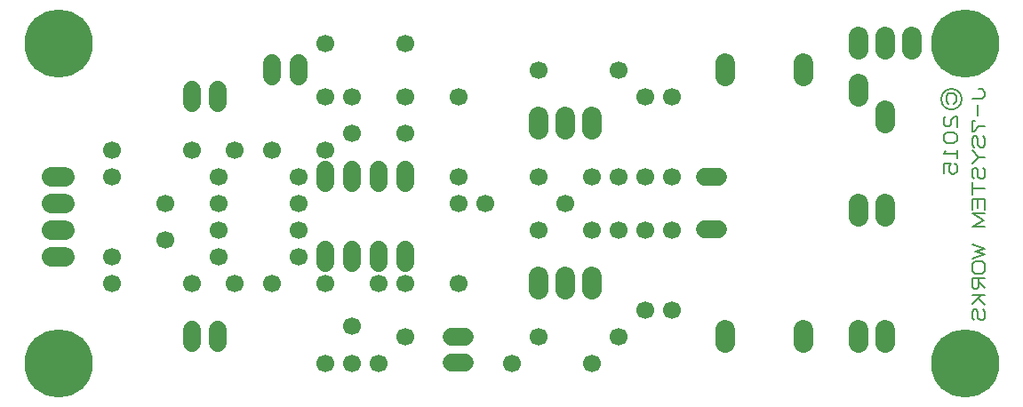
<source format=gbs>
G71*G90*G75*D02*
%ASAXBY*OFA0B0*MOMM*FSLAX43Y43*IPPOS*%
%ADD20C,1.700*%
%ADD22C,1.900*%
%ADD24C,6.500*%
%ADD25C,0.175*%
G54D22*
G01X190500Y103505D02*
Y104775D01*
X187960Y103505D02*
Y104775D01*
X185420Y103505D02*
Y104775D01*
G54D20*
Y109220D03*
X190500D03*
X193040D03*
Y114300D03*
X190500D03*
X185420D03*
G54D22*
X190500Y118745D02*
Y120015D01*
X187960Y118745D02*
Y120015D01*
X185420Y118745D02*
Y120015D01*
G54D20*
X195580Y121920D03*
Y114300D03*
Y109220D03*
Y101600D03*
X193040Y124460D03*
X185420D03*
X193040Y99060D03*
X185420D03*
G54D22*
X203200Y123825D02*
Y125095D01*
X210700Y123825D02*
Y125095D01*
X203200Y98425D02*
Y99695D01*
X210700Y98425D02*
Y99695D01*
G54D20*
X198120Y121920D03*
Y114300D03*
Y109220D03*
Y101600D03*
X177800Y111760D03*
Y104140D03*
X178435Y99060D02*
X177165D01*
X178435Y96560D02*
X177165D01*
X172720Y106045D02*
Y107315D01*
X170180Y106045D02*
Y107315D01*
X167640Y106045D02*
Y107315D01*
X165100Y106045D02*
Y107315D01*
X172720Y113665D02*
Y114935D01*
X170180Y113665D02*
Y114935D01*
X167640Y113665D02*
Y114935D01*
X165100Y113665D02*
Y114935D01*
X172720Y104140D03*
Y99060D03*
X165100Y116840D03*
Y121920D03*
X172720Y127000D03*
X165100D03*
X170180Y104140D03*
Y96520D03*
X165100Y104140D03*
Y96520D03*
X167640D03*
Y100020D03*
X190500Y96520D03*
X182880D03*
X162560Y114300D03*
X154940D03*
X162560Y111760D03*
X154940D03*
X162560Y109220D03*
X154940D03*
X162560Y106680D03*
X154940D03*
X152400Y99695D02*
Y98425D01*
X154900Y99695D02*
Y98425D01*
X152400Y122555D02*
Y121285D01*
X154900Y122555D02*
Y121285D01*
X160020Y116840D03*
X156520D03*
X160020Y104140D03*
X156520D03*
X162560Y123825D02*
Y125095D01*
X160060Y123825D02*
Y125095D01*
X172720Y121920D03*
Y118420D03*
X167640Y121920D03*
Y118420D03*
X177800Y121920D03*
Y114300D03*
X187960Y111760D03*
X180340D03*
X152400Y116840D03*
X144780D03*
X152400Y104140D03*
X144780D03*
Y114300D03*
Y106680D03*
X149860Y111760D03*
Y108260D03*
G54D22*
X215900Y121920D02*
Y123190D01*
X218440Y119380D02*
Y120650D01*
Y110490D02*
Y111760D01*
X215900Y110490D02*
Y111760D01*
G54D20*
X202565Y114300D02*
X201295D01*
X202565Y109300D02*
X201295D01*
G54D24*
X226060Y127000D03*
Y96520D03*
G54D25*
X225007Y121224D02*
X225232Y121449D01*
Y121974D01*
X225007Y122199D01*
X224482D01*
X224257Y121974D01*
Y121449D01*
X224482Y121224D01*
X224761Y122645D02*
X225735Y121671D02*
G02X223787Y121671I-974J0D01*
X225735Y121671I974J0D01*
G01X224241Y120030D02*
X224054Y119842D01*
Y119280D01*
X224241Y119092D01*
X224522D01*
X224710Y119280D01*
Y119654D01*
X225085Y120030D01*
X225272D01*
Y118998D01*
X224991Y118530D02*
X225272Y118248D01*
Y117780D01*
X224991Y117498D01*
X224335D01*
X224054Y117780D01*
Y118248D01*
X224335Y118530D01*
X224991D01*
X225272Y116842D02*
Y116092D01*
Y116467D02*
X224054D01*
X224241Y116748D01*
X225085Y115530D02*
X225272Y115342D01*
Y114780D01*
X224991Y114498D01*
X224804D01*
X224522Y114780D01*
Y115248D01*
X224710Y115530D01*
X224054D01*
Y114592D01*
X227385Y122632D02*
X227666D01*
X227947Y122351D01*
Y121976D01*
X227666Y121695D01*
X226728D01*
X227291Y121132D02*
Y120101D01*
X227947Y119070D02*
X227385D01*
X226916Y118601D01*
X226728D01*
Y119632D01*
X227010D01*
X227760Y118132D02*
X227947Y117945D01*
Y117289D01*
X227760Y117101D01*
X227478D01*
X227291Y117289D01*
Y117945D01*
X227104Y118132D01*
X226916D01*
X226728Y117945D01*
Y117289D01*
X226916Y117101D01*
X227947Y116164D02*
X227385D01*
X226728Y115508D02*
X227385Y116164D01*
X226728Y116820D01*
X227760Y115132D02*
X227947Y114945D01*
Y114289D01*
X227760Y114101D01*
X227478D01*
X227291Y114289D01*
Y114945D01*
X227104Y115132D01*
X226916D01*
X226728Y114945D01*
Y114289D01*
X226916Y114101D01*
X227947Y113164D02*
X226728D01*
Y113726D02*
Y112601D01*
X227291Y112132D02*
Y111289D01*
X226728Y111101D02*
Y112132D01*
X227947D01*
Y111101D01*
Y110820D02*
X226728D01*
X227854Y110164D01*
X226728Y109508D01*
X227947D01*
X226728Y107820D02*
X227947Y107445D01*
X227010Y107164D01*
X227947Y106882D01*
X226728Y106508D01*
X227947Y105945D02*
X227666Y106226D01*
X227010D01*
X226728Y105945D01*
Y105289D01*
X227010Y105008D01*
X227666D01*
X227947Y105289D01*
Y105945D01*
Y104632D02*
X226728D01*
Y103789D01*
X226916Y103601D01*
X227197D01*
X227385Y103789D01*
Y104632D01*
Y104258D02*
X227947Y103695D01*
Y103039D02*
X226728D01*
X227291Y102758D02*
X227947Y102101D01*
X226728Y102195D02*
X227572Y103039D01*
X227760Y101632D02*
X227947Y101445D01*
Y100789D01*
X227760Y100601D01*
X227478D01*
X227291Y100789D01*
Y101445D01*
X227104Y101632D01*
X226916D01*
X226728Y101445D01*
Y100789D01*
X226916Y100601D01*
G54D22*
X215900Y126365D02*
Y127635D01*
X218440Y126365D02*
Y127635D01*
X220980Y126365D02*
Y127635D01*
X215900Y98425D02*
Y99695D01*
X218440Y98425D02*
Y99695D01*
X140335Y114300D02*
X139065D01*
X140335Y111760D02*
X139065D01*
X140335Y109220D02*
X139065D01*
G54D24*
X139700Y127000D03*
Y96520D03*
G54D22*
X140335Y106680D02*
X139065D01*
G01X0Y0D02*
M02*

</source>
